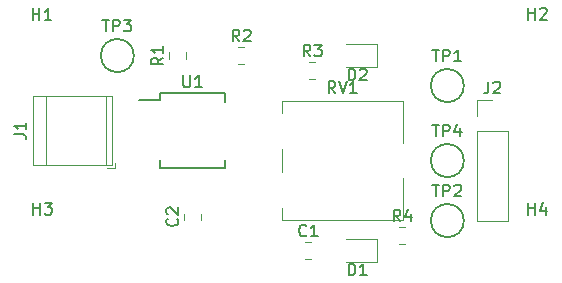
<source format=gbr>
G04 #@! TF.GenerationSoftware,KiCad,Pcbnew,(5.1.4)-1*
G04 #@! TF.CreationDate,2020-01-22T19:26:31-05:00*
G04 #@! TF.ProjectId,UniversalLM393,556e6976-6572-4736-916c-4c4d3339332e,rev?*
G04 #@! TF.SameCoordinates,Original*
G04 #@! TF.FileFunction,Legend,Top*
G04 #@! TF.FilePolarity,Positive*
%FSLAX46Y46*%
G04 Gerber Fmt 4.6, Leading zero omitted, Abs format (unit mm)*
G04 Created by KiCad (PCBNEW (5.1.4)-1) date 2020-01-22 19:26:31*
%MOMM*%
%LPD*%
G04 APERTURE LIST*
%ADD10C,0.120000*%
%ADD11C,0.150000*%
G04 APERTURE END LIST*
D10*
X135690000Y-95840000D02*
X135690000Y-95440000D01*
X135050000Y-95840000D02*
X135690000Y-95840000D01*
X128710000Y-89820000D02*
X135450000Y-89820000D01*
X128710000Y-95600000D02*
X135450000Y-95600000D01*
X135450000Y-95600000D02*
X135450000Y-89820000D01*
X128710000Y-95600000D02*
X128710000Y-89820000D01*
X129830000Y-95600000D02*
X129830000Y-89820000D01*
X134930000Y-95600000D02*
X134930000Y-89820000D01*
X159761422Y-102310000D02*
X160278578Y-102310000D01*
X159761422Y-100890000D02*
X160278578Y-100890000D01*
D11*
X139490000Y-90160000D02*
X137740000Y-90160000D01*
X139490000Y-95915000D02*
X144990000Y-95915000D01*
X139490000Y-89505000D02*
X144990000Y-89505000D01*
X139490000Y-95915000D02*
X139490000Y-95165000D01*
X144990000Y-95915000D02*
X144990000Y-95165000D01*
X144990000Y-89505000D02*
X144990000Y-90255000D01*
X139490000Y-89505000D02*
X139490000Y-90160000D01*
X165230000Y-95250000D02*
G75*
G03X165230000Y-95250000I-1400000J0D01*
G01*
X137290000Y-86360000D02*
G75*
G03X137290000Y-86360000I-1400000J0D01*
G01*
X165230000Y-100330000D02*
G75*
G03X165230000Y-100330000I-1400000J0D01*
G01*
X165230000Y-88900000D02*
G75*
G03X165230000Y-88900000I-1400000J0D01*
G01*
D10*
X160060000Y-96740000D02*
X160060000Y-100270000D01*
X160060000Y-90229000D02*
X160060000Y-93760000D01*
X149820000Y-99240000D02*
X149820000Y-100270000D01*
X149820000Y-94241000D02*
X149820000Y-96260000D01*
X149820000Y-90229000D02*
X149820000Y-91259000D01*
X149820000Y-100270000D02*
X160060000Y-100270000D01*
X149820000Y-90229000D02*
X160060000Y-90229000D01*
X152141422Y-88340000D02*
X152658578Y-88340000D01*
X152141422Y-86920000D02*
X152658578Y-86920000D01*
X146123922Y-87070000D02*
X146641078Y-87070000D01*
X146123922Y-85650000D02*
X146641078Y-85650000D01*
X141680000Y-86618578D02*
X141680000Y-86101422D01*
X140260000Y-86618578D02*
X140260000Y-86101422D01*
X166310000Y-90110000D02*
X167640000Y-90110000D01*
X166310000Y-91440000D02*
X166310000Y-90110000D01*
X166310000Y-92710000D02*
X168970000Y-92710000D01*
X168970000Y-92710000D02*
X168970000Y-100390000D01*
X166310000Y-92710000D02*
X166310000Y-100390000D01*
X166310000Y-100390000D02*
X168970000Y-100390000D01*
X157895000Y-85400000D02*
X155210000Y-85400000D01*
X157895000Y-87320000D02*
X157895000Y-85400000D01*
X155210000Y-87320000D02*
X157895000Y-87320000D01*
X157895000Y-101910000D02*
X155210000Y-101910000D01*
X157895000Y-103830000D02*
X157895000Y-101910000D01*
X155210000Y-103830000D02*
X157895000Y-103830000D01*
X142950000Y-100256078D02*
X142950000Y-99738922D01*
X141530000Y-100256078D02*
X141530000Y-99738922D01*
X151808922Y-103580000D02*
X152326078Y-103580000D01*
X151808922Y-102160000D02*
X152326078Y-102160000D01*
D11*
X127162380Y-93043333D02*
X127876666Y-93043333D01*
X128019523Y-93090952D01*
X128114761Y-93186190D01*
X128162380Y-93329047D01*
X128162380Y-93424285D01*
X128162380Y-92043333D02*
X128162380Y-92614761D01*
X128162380Y-92329047D02*
X127162380Y-92329047D01*
X127305238Y-92424285D01*
X127400476Y-92519523D01*
X127448095Y-92614761D01*
X159853333Y-100402380D02*
X159520000Y-99926190D01*
X159281904Y-100402380D02*
X159281904Y-99402380D01*
X159662857Y-99402380D01*
X159758095Y-99450000D01*
X159805714Y-99497619D01*
X159853333Y-99592857D01*
X159853333Y-99735714D01*
X159805714Y-99830952D01*
X159758095Y-99878571D01*
X159662857Y-99926190D01*
X159281904Y-99926190D01*
X160710476Y-99735714D02*
X160710476Y-100402380D01*
X160472380Y-99354761D02*
X160234285Y-100069047D01*
X160853333Y-100069047D01*
X170688095Y-99822380D02*
X170688095Y-98822380D01*
X170688095Y-99298571D02*
X171259523Y-99298571D01*
X171259523Y-99822380D02*
X171259523Y-98822380D01*
X172164285Y-99155714D02*
X172164285Y-99822380D01*
X171926190Y-98774761D02*
X171688095Y-99489047D01*
X172307142Y-99489047D01*
X128778095Y-99822380D02*
X128778095Y-98822380D01*
X128778095Y-99298571D02*
X129349523Y-99298571D01*
X129349523Y-99822380D02*
X129349523Y-98822380D01*
X129730476Y-98822380D02*
X130349523Y-98822380D01*
X130016190Y-99203333D01*
X130159047Y-99203333D01*
X130254285Y-99250952D01*
X130301904Y-99298571D01*
X130349523Y-99393809D01*
X130349523Y-99631904D01*
X130301904Y-99727142D01*
X130254285Y-99774761D01*
X130159047Y-99822380D01*
X129873333Y-99822380D01*
X129778095Y-99774761D01*
X129730476Y-99727142D01*
X170688095Y-83312380D02*
X170688095Y-82312380D01*
X170688095Y-82788571D02*
X171259523Y-82788571D01*
X171259523Y-83312380D02*
X171259523Y-82312380D01*
X171688095Y-82407619D02*
X171735714Y-82360000D01*
X171830952Y-82312380D01*
X172069047Y-82312380D01*
X172164285Y-82360000D01*
X172211904Y-82407619D01*
X172259523Y-82502857D01*
X172259523Y-82598095D01*
X172211904Y-82740952D01*
X171640476Y-83312380D01*
X172259523Y-83312380D01*
X128722270Y-83368205D02*
X128722270Y-82368205D01*
X128722270Y-82844396D02*
X129293698Y-82844396D01*
X129293698Y-83368205D02*
X129293698Y-82368205D01*
X130293698Y-83368205D02*
X129722270Y-83368205D01*
X130007984Y-83368205D02*
X130007984Y-82368205D01*
X129912746Y-82511063D01*
X129817508Y-82606301D01*
X129722270Y-82653920D01*
X141478095Y-88032380D02*
X141478095Y-88841904D01*
X141525714Y-88937142D01*
X141573333Y-88984761D01*
X141668571Y-89032380D01*
X141859047Y-89032380D01*
X141954285Y-88984761D01*
X142001904Y-88937142D01*
X142049523Y-88841904D01*
X142049523Y-88032380D01*
X143049523Y-89032380D02*
X142478095Y-89032380D01*
X142763809Y-89032380D02*
X142763809Y-88032380D01*
X142668571Y-88175238D01*
X142573333Y-88270476D01*
X142478095Y-88318095D01*
X162568095Y-92202380D02*
X163139523Y-92202380D01*
X162853809Y-93202380D02*
X162853809Y-92202380D01*
X163472857Y-93202380D02*
X163472857Y-92202380D01*
X163853809Y-92202380D01*
X163949047Y-92250000D01*
X163996666Y-92297619D01*
X164044285Y-92392857D01*
X164044285Y-92535714D01*
X163996666Y-92630952D01*
X163949047Y-92678571D01*
X163853809Y-92726190D01*
X163472857Y-92726190D01*
X164901428Y-92535714D02*
X164901428Y-93202380D01*
X164663333Y-92154761D02*
X164425238Y-92869047D01*
X165044285Y-92869047D01*
X134628095Y-83312380D02*
X135199523Y-83312380D01*
X134913809Y-84312380D02*
X134913809Y-83312380D01*
X135532857Y-84312380D02*
X135532857Y-83312380D01*
X135913809Y-83312380D01*
X136009047Y-83360000D01*
X136056666Y-83407619D01*
X136104285Y-83502857D01*
X136104285Y-83645714D01*
X136056666Y-83740952D01*
X136009047Y-83788571D01*
X135913809Y-83836190D01*
X135532857Y-83836190D01*
X136437619Y-83312380D02*
X137056666Y-83312380D01*
X136723333Y-83693333D01*
X136866190Y-83693333D01*
X136961428Y-83740952D01*
X137009047Y-83788571D01*
X137056666Y-83883809D01*
X137056666Y-84121904D01*
X137009047Y-84217142D01*
X136961428Y-84264761D01*
X136866190Y-84312380D01*
X136580476Y-84312380D01*
X136485238Y-84264761D01*
X136437619Y-84217142D01*
X162568095Y-97282380D02*
X163139523Y-97282380D01*
X162853809Y-98282380D02*
X162853809Y-97282380D01*
X163472857Y-98282380D02*
X163472857Y-97282380D01*
X163853809Y-97282380D01*
X163949047Y-97330000D01*
X163996666Y-97377619D01*
X164044285Y-97472857D01*
X164044285Y-97615714D01*
X163996666Y-97710952D01*
X163949047Y-97758571D01*
X163853809Y-97806190D01*
X163472857Y-97806190D01*
X164425238Y-97377619D02*
X164472857Y-97330000D01*
X164568095Y-97282380D01*
X164806190Y-97282380D01*
X164901428Y-97330000D01*
X164949047Y-97377619D01*
X164996666Y-97472857D01*
X164996666Y-97568095D01*
X164949047Y-97710952D01*
X164377619Y-98282380D01*
X164996666Y-98282380D01*
X162568095Y-85852380D02*
X163139523Y-85852380D01*
X162853809Y-86852380D02*
X162853809Y-85852380D01*
X163472857Y-86852380D02*
X163472857Y-85852380D01*
X163853809Y-85852380D01*
X163949047Y-85900000D01*
X163996666Y-85947619D01*
X164044285Y-86042857D01*
X164044285Y-86185714D01*
X163996666Y-86280952D01*
X163949047Y-86328571D01*
X163853809Y-86376190D01*
X163472857Y-86376190D01*
X164996666Y-86852380D02*
X164425238Y-86852380D01*
X164710952Y-86852380D02*
X164710952Y-85852380D01*
X164615714Y-85995238D01*
X164520476Y-86090476D01*
X164425238Y-86138095D01*
X154344761Y-89552380D02*
X154011428Y-89076190D01*
X153773333Y-89552380D02*
X153773333Y-88552380D01*
X154154285Y-88552380D01*
X154249523Y-88600000D01*
X154297142Y-88647619D01*
X154344761Y-88742857D01*
X154344761Y-88885714D01*
X154297142Y-88980952D01*
X154249523Y-89028571D01*
X154154285Y-89076190D01*
X153773333Y-89076190D01*
X154630476Y-88552380D02*
X154963809Y-89552380D01*
X155297142Y-88552380D01*
X156154285Y-89552380D02*
X155582857Y-89552380D01*
X155868571Y-89552380D02*
X155868571Y-88552380D01*
X155773333Y-88695238D01*
X155678095Y-88790476D01*
X155582857Y-88838095D01*
X152233333Y-86432380D02*
X151900000Y-85956190D01*
X151661904Y-86432380D02*
X151661904Y-85432380D01*
X152042857Y-85432380D01*
X152138095Y-85480000D01*
X152185714Y-85527619D01*
X152233333Y-85622857D01*
X152233333Y-85765714D01*
X152185714Y-85860952D01*
X152138095Y-85908571D01*
X152042857Y-85956190D01*
X151661904Y-85956190D01*
X152566666Y-85432380D02*
X153185714Y-85432380D01*
X152852380Y-85813333D01*
X152995238Y-85813333D01*
X153090476Y-85860952D01*
X153138095Y-85908571D01*
X153185714Y-86003809D01*
X153185714Y-86241904D01*
X153138095Y-86337142D01*
X153090476Y-86384761D01*
X152995238Y-86432380D01*
X152709523Y-86432380D01*
X152614285Y-86384761D01*
X152566666Y-86337142D01*
X146215833Y-85162380D02*
X145882500Y-84686190D01*
X145644404Y-85162380D02*
X145644404Y-84162380D01*
X146025357Y-84162380D01*
X146120595Y-84210000D01*
X146168214Y-84257619D01*
X146215833Y-84352857D01*
X146215833Y-84495714D01*
X146168214Y-84590952D01*
X146120595Y-84638571D01*
X146025357Y-84686190D01*
X145644404Y-84686190D01*
X146596785Y-84257619D02*
X146644404Y-84210000D01*
X146739642Y-84162380D01*
X146977738Y-84162380D01*
X147072976Y-84210000D01*
X147120595Y-84257619D01*
X147168214Y-84352857D01*
X147168214Y-84448095D01*
X147120595Y-84590952D01*
X146549166Y-85162380D01*
X147168214Y-85162380D01*
X139772380Y-86526666D02*
X139296190Y-86860000D01*
X139772380Y-87098095D02*
X138772380Y-87098095D01*
X138772380Y-86717142D01*
X138820000Y-86621904D01*
X138867619Y-86574285D01*
X138962857Y-86526666D01*
X139105714Y-86526666D01*
X139200952Y-86574285D01*
X139248571Y-86621904D01*
X139296190Y-86717142D01*
X139296190Y-87098095D01*
X139772380Y-85574285D02*
X139772380Y-86145714D01*
X139772380Y-85860000D02*
X138772380Y-85860000D01*
X138915238Y-85955238D01*
X139010476Y-86050476D01*
X139058095Y-86145714D01*
X167306666Y-88562380D02*
X167306666Y-89276666D01*
X167259047Y-89419523D01*
X167163809Y-89514761D01*
X167020952Y-89562380D01*
X166925714Y-89562380D01*
X167735238Y-88657619D02*
X167782857Y-88610000D01*
X167878095Y-88562380D01*
X168116190Y-88562380D01*
X168211428Y-88610000D01*
X168259047Y-88657619D01*
X168306666Y-88752857D01*
X168306666Y-88848095D01*
X168259047Y-88990952D01*
X167687619Y-89562380D01*
X168306666Y-89562380D01*
X155471904Y-88462380D02*
X155471904Y-87462380D01*
X155710000Y-87462380D01*
X155852857Y-87510000D01*
X155948095Y-87605238D01*
X155995714Y-87700476D01*
X156043333Y-87890952D01*
X156043333Y-88033809D01*
X155995714Y-88224285D01*
X155948095Y-88319523D01*
X155852857Y-88414761D01*
X155710000Y-88462380D01*
X155471904Y-88462380D01*
X156424285Y-87557619D02*
X156471904Y-87510000D01*
X156567142Y-87462380D01*
X156805238Y-87462380D01*
X156900476Y-87510000D01*
X156948095Y-87557619D01*
X156995714Y-87652857D01*
X156995714Y-87748095D01*
X156948095Y-87890952D01*
X156376666Y-88462380D01*
X156995714Y-88462380D01*
X155471904Y-104972380D02*
X155471904Y-103972380D01*
X155710000Y-103972380D01*
X155852857Y-104020000D01*
X155948095Y-104115238D01*
X155995714Y-104210476D01*
X156043333Y-104400952D01*
X156043333Y-104543809D01*
X155995714Y-104734285D01*
X155948095Y-104829523D01*
X155852857Y-104924761D01*
X155710000Y-104972380D01*
X155471904Y-104972380D01*
X156995714Y-104972380D02*
X156424285Y-104972380D01*
X156710000Y-104972380D02*
X156710000Y-103972380D01*
X156614761Y-104115238D01*
X156519523Y-104210476D01*
X156424285Y-104258095D01*
X140947142Y-100164166D02*
X140994761Y-100211785D01*
X141042380Y-100354642D01*
X141042380Y-100449880D01*
X140994761Y-100592738D01*
X140899523Y-100687976D01*
X140804285Y-100735595D01*
X140613809Y-100783214D01*
X140470952Y-100783214D01*
X140280476Y-100735595D01*
X140185238Y-100687976D01*
X140090000Y-100592738D01*
X140042380Y-100449880D01*
X140042380Y-100354642D01*
X140090000Y-100211785D01*
X140137619Y-100164166D01*
X140137619Y-99783214D02*
X140090000Y-99735595D01*
X140042380Y-99640357D01*
X140042380Y-99402261D01*
X140090000Y-99307023D01*
X140137619Y-99259404D01*
X140232857Y-99211785D01*
X140328095Y-99211785D01*
X140470952Y-99259404D01*
X141042380Y-99830833D01*
X141042380Y-99211785D01*
X151900833Y-101577142D02*
X151853214Y-101624761D01*
X151710357Y-101672380D01*
X151615119Y-101672380D01*
X151472261Y-101624761D01*
X151377023Y-101529523D01*
X151329404Y-101434285D01*
X151281785Y-101243809D01*
X151281785Y-101100952D01*
X151329404Y-100910476D01*
X151377023Y-100815238D01*
X151472261Y-100720000D01*
X151615119Y-100672380D01*
X151710357Y-100672380D01*
X151853214Y-100720000D01*
X151900833Y-100767619D01*
X152853214Y-101672380D02*
X152281785Y-101672380D01*
X152567500Y-101672380D02*
X152567500Y-100672380D01*
X152472261Y-100815238D01*
X152377023Y-100910476D01*
X152281785Y-100958095D01*
M02*

</source>
